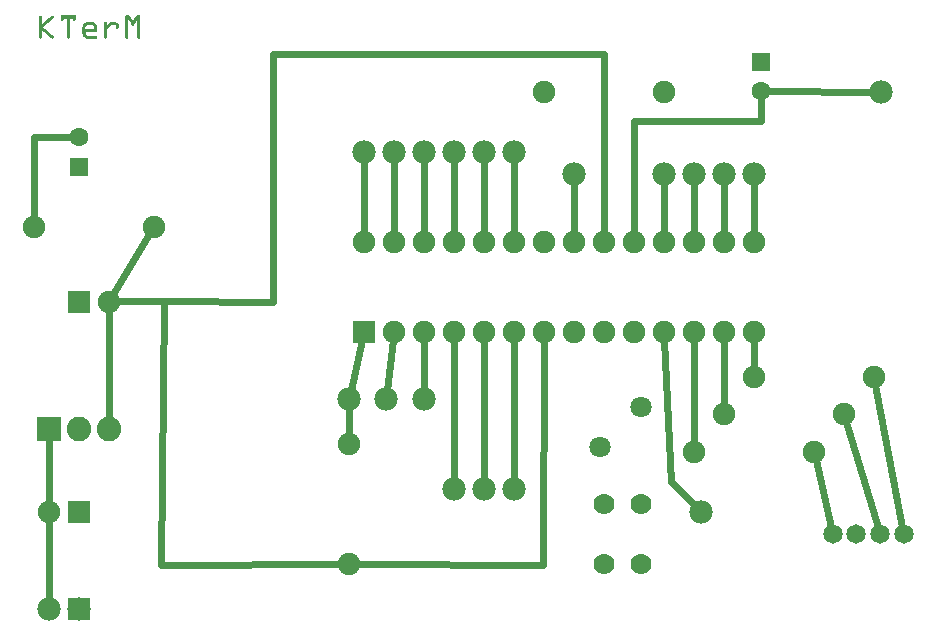
<source format=gtl>
G04 MADE WITH FRITZING*
G04 WWW.FRITZING.ORG*
G04 DOUBLE SIDED*
G04 HOLES PLATED*
G04 CONTOUR ON CENTER OF CONTOUR VECTOR*
%ASAXBY*%
%FSLAX23Y23*%
%MOIN*%
%OFA0B0*%
%SFA1.0B1.0*%
%ADD10C,0.075000*%
%ADD11C,0.078000*%
%ADD12C,0.062992*%
%ADD13C,0.082000*%
%ADD14C,0.070925*%
%ADD15C,0.070866*%
%ADD16C,0.070000*%
%ADD17C,0.065000*%
%ADD18R,0.075000X0.075000*%
%ADD19R,0.078000X0.078000*%
%ADD20R,0.062992X0.062992*%
%ADD21R,0.082000X0.082000*%
%ADD22C,0.024000*%
%ADD23R,0.001000X0.001000*%
%LNCOPPER1*%
G90*
G70*
G54D10*
X1197Y1072D03*
X1197Y1372D03*
X1297Y1072D03*
X1297Y1372D03*
X1397Y1072D03*
X1397Y1372D03*
X1497Y1072D03*
X1497Y1372D03*
X1597Y1072D03*
X1597Y1372D03*
X1697Y1072D03*
X1697Y1372D03*
X1797Y1072D03*
X1797Y1372D03*
X1897Y1072D03*
X1897Y1372D03*
X1997Y1072D03*
X1997Y1372D03*
X2097Y1072D03*
X2097Y1372D03*
X2197Y1072D03*
X2197Y1372D03*
X2297Y1072D03*
X2297Y1372D03*
X2397Y1072D03*
X2397Y1372D03*
X2497Y1072D03*
X2497Y1372D03*
G54D11*
X247Y147D03*
X147Y147D03*
G54D10*
X247Y472D03*
X147Y472D03*
X247Y1172D03*
X347Y1172D03*
X97Y1422D03*
X497Y1422D03*
G54D12*
X247Y1622D03*
X247Y1721D03*
G54D13*
X147Y747D03*
X247Y747D03*
X347Y747D03*
G54D11*
X1147Y847D03*
G54D10*
X1147Y697D03*
X1147Y297D03*
G54D11*
X1272Y847D03*
X1397Y847D03*
X1497Y547D03*
X1597Y547D03*
X1697Y547D03*
G54D14*
X2122Y822D03*
G54D15*
X1986Y686D03*
G54D16*
X1997Y297D03*
X1997Y497D03*
X2122Y297D03*
X2122Y497D03*
G54D17*
X2761Y397D03*
X2840Y397D03*
X2918Y397D03*
X2997Y397D03*
G54D10*
X2497Y922D03*
X2897Y922D03*
X2397Y797D03*
X2797Y797D03*
X2297Y672D03*
X2697Y672D03*
G54D11*
X2322Y472D03*
X1197Y1672D03*
X1297Y1672D03*
X1397Y1672D03*
X1497Y1672D03*
X1597Y1672D03*
X1697Y1672D03*
G54D10*
X1797Y1872D03*
X2197Y1872D03*
G54D12*
X2522Y1972D03*
X2522Y1874D03*
G54D11*
X1897Y1597D03*
X2197Y1597D03*
X2297Y1597D03*
X2397Y1597D03*
X2497Y1597D03*
X2922Y1872D03*
G54D18*
X1197Y1072D03*
G54D19*
X247Y147D03*
G54D18*
X247Y472D03*
X247Y1172D03*
G54D20*
X247Y1622D03*
G54D21*
X147Y747D03*
G54D20*
X2522Y1972D03*
G54D22*
X147Y444D02*
X147Y177D01*
D02*
X147Y715D02*
X147Y501D01*
D02*
X347Y1144D02*
X347Y779D01*
D02*
X483Y1398D02*
X362Y1197D01*
D02*
X220Y1721D02*
X99Y1721D01*
D02*
X99Y1721D02*
X97Y1451D01*
D02*
X1154Y877D02*
X1191Y1044D01*
D02*
X1147Y726D02*
X1147Y817D01*
D02*
X532Y1175D02*
X376Y1173D01*
D02*
X522Y295D02*
X532Y1175D01*
D02*
X1119Y297D02*
X522Y295D01*
D02*
X1276Y877D02*
X1294Y1044D01*
D02*
X1397Y877D02*
X1397Y1044D01*
D02*
X1796Y295D02*
X1797Y1044D01*
D02*
X1176Y297D02*
X1796Y295D01*
D02*
X1497Y771D02*
X1497Y1044D01*
D02*
X1497Y577D02*
X1497Y771D01*
D02*
X1597Y577D02*
X1597Y1044D01*
D02*
X1697Y577D02*
X1697Y1044D01*
D02*
X2497Y951D02*
X2497Y1044D01*
D02*
X2397Y826D02*
X2397Y1044D01*
D02*
X2297Y701D02*
X2297Y1044D01*
D02*
X2993Y420D02*
X2903Y894D01*
D02*
X2912Y420D02*
X2806Y770D01*
D02*
X2756Y420D02*
X2704Y644D01*
D02*
X2221Y572D02*
X2199Y1044D01*
D02*
X2301Y493D02*
X2221Y572D01*
D02*
X1197Y1642D02*
X1197Y1401D01*
D02*
X1297Y1642D02*
X1297Y1401D01*
D02*
X1397Y1642D02*
X1397Y1401D01*
D02*
X1497Y1642D02*
X1497Y1401D01*
D02*
X1597Y1642D02*
X1597Y1401D01*
D02*
X1697Y1642D02*
X1697Y1401D01*
D02*
X896Y1171D02*
X896Y1646D01*
D02*
X896Y1998D02*
X1997Y1998D01*
D02*
X896Y1646D02*
X896Y1998D01*
D02*
X1997Y1998D02*
X1997Y1401D01*
D02*
X532Y1175D02*
X896Y1171D01*
D02*
X2098Y1774D02*
X2097Y1401D01*
D02*
X2522Y1847D02*
X2523Y1774D01*
D02*
X2523Y1774D02*
X2098Y1774D01*
D02*
X1897Y1401D02*
X1897Y1567D01*
D02*
X2197Y1567D02*
X2197Y1401D01*
D02*
X2297Y1567D02*
X2297Y1401D01*
D02*
X2397Y1401D02*
X2397Y1567D01*
D02*
X2497Y1567D02*
X2497Y1401D01*
D02*
X2892Y1872D02*
X2549Y1874D01*
G54D23*
X121Y2126D02*
X121Y2126D01*
X161Y2126D02*
X161Y2126D01*
X189Y2126D02*
X237Y2126D01*
X405Y2126D02*
X416Y2126D01*
X442Y2126D02*
X453Y2126D01*
X118Y2125D02*
X123Y2125D01*
X158Y2125D02*
X163Y2125D01*
X188Y2125D02*
X237Y2125D01*
X404Y2125D02*
X417Y2125D01*
X441Y2125D02*
X453Y2125D01*
X117Y2124D02*
X124Y2124D01*
X157Y2124D02*
X164Y2124D01*
X188Y2124D02*
X237Y2124D01*
X404Y2124D02*
X417Y2124D01*
X440Y2124D02*
X453Y2124D01*
X117Y2123D02*
X125Y2123D01*
X156Y2123D02*
X165Y2123D01*
X188Y2123D02*
X237Y2123D01*
X404Y2123D02*
X418Y2123D01*
X439Y2123D02*
X453Y2123D01*
X117Y2122D02*
X125Y2122D01*
X154Y2122D02*
X165Y2122D01*
X188Y2122D02*
X237Y2122D01*
X404Y2122D02*
X419Y2122D01*
X439Y2122D02*
X453Y2122D01*
X116Y2121D02*
X125Y2121D01*
X153Y2121D02*
X165Y2121D01*
X188Y2121D02*
X237Y2121D01*
X404Y2121D02*
X420Y2121D01*
X438Y2121D02*
X453Y2121D01*
X116Y2120D02*
X125Y2120D01*
X152Y2120D02*
X165Y2120D01*
X188Y2120D02*
X237Y2120D01*
X404Y2120D02*
X420Y2120D01*
X437Y2120D02*
X453Y2120D01*
X116Y2119D02*
X125Y2119D01*
X151Y2119D02*
X165Y2119D01*
X188Y2119D02*
X237Y2119D01*
X404Y2119D02*
X421Y2119D01*
X437Y2119D02*
X453Y2119D01*
X116Y2118D02*
X125Y2118D01*
X150Y2118D02*
X164Y2118D01*
X188Y2118D02*
X237Y2118D01*
X404Y2118D02*
X422Y2118D01*
X436Y2118D02*
X453Y2118D01*
X116Y2117D02*
X125Y2117D01*
X149Y2117D02*
X163Y2117D01*
X188Y2117D02*
X237Y2117D01*
X404Y2117D02*
X422Y2117D01*
X435Y2117D02*
X453Y2117D01*
X116Y2116D02*
X125Y2116D01*
X147Y2116D02*
X162Y2116D01*
X188Y2116D02*
X237Y2116D01*
X404Y2116D02*
X423Y2116D01*
X434Y2116D02*
X453Y2116D01*
X116Y2115D02*
X125Y2115D01*
X146Y2115D02*
X161Y2115D01*
X188Y2115D02*
X197Y2115D01*
X208Y2115D02*
X217Y2115D01*
X228Y2115D02*
X237Y2115D01*
X404Y2115D02*
X424Y2115D01*
X434Y2115D02*
X453Y2115D01*
X116Y2114D02*
X125Y2114D01*
X145Y2114D02*
X160Y2114D01*
X188Y2114D02*
X197Y2114D01*
X208Y2114D02*
X217Y2114D01*
X228Y2114D02*
X237Y2114D01*
X404Y2114D02*
X424Y2114D01*
X433Y2114D02*
X453Y2114D01*
X116Y2113D02*
X125Y2113D01*
X144Y2113D02*
X158Y2113D01*
X188Y2113D02*
X197Y2113D01*
X208Y2113D02*
X217Y2113D01*
X228Y2113D02*
X237Y2113D01*
X404Y2113D02*
X425Y2113D01*
X432Y2113D02*
X453Y2113D01*
X116Y2112D02*
X125Y2112D01*
X143Y2112D02*
X157Y2112D01*
X188Y2112D02*
X197Y2112D01*
X208Y2112D02*
X217Y2112D01*
X228Y2112D02*
X237Y2112D01*
X404Y2112D02*
X426Y2112D01*
X432Y2112D02*
X453Y2112D01*
X116Y2111D02*
X125Y2111D01*
X142Y2111D02*
X156Y2111D01*
X189Y2111D02*
X197Y2111D01*
X208Y2111D02*
X217Y2111D01*
X228Y2111D02*
X237Y2111D01*
X404Y2111D02*
X413Y2111D01*
X415Y2111D02*
X427Y2111D01*
X431Y2111D02*
X442Y2111D01*
X444Y2111D02*
X453Y2111D01*
X116Y2110D02*
X125Y2110D01*
X140Y2110D02*
X155Y2110D01*
X189Y2110D02*
X197Y2110D01*
X208Y2110D02*
X217Y2110D01*
X229Y2110D02*
X236Y2110D01*
X404Y2110D02*
X413Y2110D01*
X416Y2110D02*
X427Y2110D01*
X430Y2110D02*
X442Y2110D01*
X444Y2110D02*
X453Y2110D01*
X116Y2109D02*
X125Y2109D01*
X139Y2109D02*
X154Y2109D01*
X190Y2109D02*
X196Y2109D01*
X208Y2109D02*
X217Y2109D01*
X230Y2109D02*
X236Y2109D01*
X404Y2109D02*
X413Y2109D01*
X417Y2109D02*
X441Y2109D01*
X444Y2109D02*
X453Y2109D01*
X116Y2108D02*
X125Y2108D01*
X138Y2108D02*
X153Y2108D01*
X191Y2108D02*
X194Y2108D01*
X208Y2108D02*
X217Y2108D01*
X231Y2108D02*
X234Y2108D01*
X404Y2108D02*
X413Y2108D01*
X417Y2108D02*
X440Y2108D01*
X444Y2108D02*
X453Y2108D01*
X116Y2107D02*
X125Y2107D01*
X137Y2107D02*
X151Y2107D01*
X208Y2107D02*
X217Y2107D01*
X404Y2107D02*
X413Y2107D01*
X418Y2107D02*
X439Y2107D01*
X444Y2107D02*
X453Y2107D01*
X116Y2106D02*
X125Y2106D01*
X136Y2106D02*
X150Y2106D01*
X208Y2106D02*
X217Y2106D01*
X404Y2106D02*
X413Y2106D01*
X419Y2106D02*
X439Y2106D01*
X444Y2106D02*
X453Y2106D01*
X116Y2105D02*
X125Y2105D01*
X135Y2105D02*
X149Y2105D01*
X208Y2105D02*
X217Y2105D01*
X404Y2105D02*
X413Y2105D01*
X419Y2105D02*
X438Y2105D01*
X444Y2105D02*
X453Y2105D01*
X116Y2104D02*
X125Y2104D01*
X133Y2104D02*
X148Y2104D01*
X208Y2104D02*
X217Y2104D01*
X274Y2104D02*
X296Y2104D01*
X335Y2104D02*
X339Y2104D01*
X354Y2104D02*
X371Y2104D01*
X404Y2104D02*
X413Y2104D01*
X420Y2104D02*
X437Y2104D01*
X444Y2104D02*
X453Y2104D01*
X116Y2103D02*
X125Y2103D01*
X132Y2103D02*
X147Y2103D01*
X208Y2103D02*
X217Y2103D01*
X272Y2103D02*
X298Y2103D01*
X334Y2103D02*
X340Y2103D01*
X353Y2103D02*
X373Y2103D01*
X404Y2103D02*
X413Y2103D01*
X421Y2103D02*
X437Y2103D01*
X444Y2103D02*
X453Y2103D01*
X116Y2102D02*
X125Y2102D01*
X131Y2102D02*
X146Y2102D01*
X208Y2102D02*
X217Y2102D01*
X270Y2102D02*
X299Y2102D01*
X333Y2102D02*
X341Y2102D01*
X352Y2102D02*
X375Y2102D01*
X404Y2102D02*
X413Y2102D01*
X421Y2102D02*
X436Y2102D01*
X444Y2102D02*
X453Y2102D01*
X116Y2101D02*
X125Y2101D01*
X130Y2101D02*
X144Y2101D01*
X208Y2101D02*
X217Y2101D01*
X269Y2101D02*
X301Y2101D01*
X333Y2101D02*
X341Y2101D01*
X351Y2101D02*
X376Y2101D01*
X404Y2101D02*
X413Y2101D01*
X422Y2101D02*
X435Y2101D01*
X444Y2101D02*
X453Y2101D01*
X116Y2100D02*
X125Y2100D01*
X129Y2100D02*
X143Y2100D01*
X208Y2100D02*
X217Y2100D01*
X268Y2100D02*
X302Y2100D01*
X332Y2100D02*
X341Y2100D01*
X350Y2100D02*
X377Y2100D01*
X404Y2100D02*
X413Y2100D01*
X423Y2100D02*
X435Y2100D01*
X444Y2100D02*
X453Y2100D01*
X116Y2099D02*
X125Y2099D01*
X128Y2099D02*
X142Y2099D01*
X208Y2099D02*
X217Y2099D01*
X267Y2099D02*
X303Y2099D01*
X332Y2099D02*
X341Y2099D01*
X348Y2099D02*
X378Y2099D01*
X404Y2099D02*
X413Y2099D01*
X424Y2099D02*
X434Y2099D01*
X444Y2099D02*
X453Y2099D01*
X116Y2098D02*
X141Y2098D01*
X208Y2098D02*
X217Y2098D01*
X265Y2098D02*
X304Y2098D01*
X332Y2098D02*
X341Y2098D01*
X347Y2098D02*
X379Y2098D01*
X404Y2098D02*
X413Y2098D01*
X424Y2098D02*
X433Y2098D01*
X444Y2098D02*
X453Y2098D01*
X116Y2097D02*
X140Y2097D01*
X208Y2097D02*
X217Y2097D01*
X264Y2097D02*
X305Y2097D01*
X332Y2097D02*
X341Y2097D01*
X346Y2097D02*
X379Y2097D01*
X404Y2097D02*
X413Y2097D01*
X424Y2097D02*
X433Y2097D01*
X444Y2097D02*
X453Y2097D01*
X116Y2096D02*
X139Y2096D01*
X208Y2096D02*
X217Y2096D01*
X264Y2096D02*
X306Y2096D01*
X332Y2096D02*
X341Y2096D01*
X345Y2096D02*
X380Y2096D01*
X404Y2096D02*
X413Y2096D01*
X424Y2096D02*
X433Y2096D01*
X444Y2096D02*
X453Y2096D01*
X116Y2095D02*
X137Y2095D01*
X208Y2095D02*
X217Y2095D01*
X263Y2095D02*
X307Y2095D01*
X332Y2095D02*
X341Y2095D01*
X344Y2095D02*
X380Y2095D01*
X404Y2095D02*
X413Y2095D01*
X424Y2095D02*
X433Y2095D01*
X444Y2095D02*
X453Y2095D01*
X116Y2094D02*
X136Y2094D01*
X208Y2094D02*
X217Y2094D01*
X262Y2094D02*
X275Y2094D01*
X294Y2094D02*
X307Y2094D01*
X332Y2094D02*
X357Y2094D01*
X370Y2094D02*
X381Y2094D01*
X404Y2094D02*
X413Y2094D01*
X424Y2094D02*
X433Y2094D01*
X444Y2094D02*
X453Y2094D01*
X116Y2093D02*
X135Y2093D01*
X208Y2093D02*
X217Y2093D01*
X262Y2093D02*
X274Y2093D01*
X296Y2093D02*
X308Y2093D01*
X332Y2093D02*
X356Y2093D01*
X371Y2093D02*
X381Y2093D01*
X404Y2093D02*
X413Y2093D01*
X425Y2093D02*
X432Y2093D01*
X444Y2093D02*
X453Y2093D01*
X116Y2092D02*
X134Y2092D01*
X208Y2092D02*
X217Y2092D01*
X261Y2092D02*
X273Y2092D01*
X297Y2092D02*
X308Y2092D01*
X332Y2092D02*
X355Y2092D01*
X371Y2092D02*
X381Y2092D01*
X404Y2092D02*
X413Y2092D01*
X426Y2092D02*
X432Y2092D01*
X444Y2092D02*
X453Y2092D01*
X116Y2091D02*
X133Y2091D01*
X208Y2091D02*
X217Y2091D01*
X261Y2091D02*
X272Y2091D01*
X298Y2091D02*
X309Y2091D01*
X332Y2091D02*
X354Y2091D01*
X372Y2091D02*
X381Y2091D01*
X404Y2091D02*
X413Y2091D01*
X427Y2091D02*
X430Y2091D01*
X444Y2091D02*
X453Y2091D01*
X116Y2090D02*
X132Y2090D01*
X208Y2090D02*
X217Y2090D01*
X261Y2090D02*
X271Y2090D01*
X299Y2090D02*
X309Y2090D01*
X332Y2090D02*
X353Y2090D01*
X372Y2090D02*
X381Y2090D01*
X404Y2090D02*
X413Y2090D01*
X444Y2090D02*
X453Y2090D01*
X116Y2089D02*
X130Y2089D01*
X208Y2089D02*
X217Y2089D01*
X261Y2089D02*
X270Y2089D01*
X299Y2089D02*
X309Y2089D01*
X332Y2089D02*
X351Y2089D01*
X372Y2089D02*
X381Y2089D01*
X404Y2089D02*
X413Y2089D01*
X444Y2089D02*
X453Y2089D01*
X116Y2088D02*
X129Y2088D01*
X208Y2088D02*
X217Y2088D01*
X261Y2088D02*
X270Y2088D01*
X300Y2088D02*
X309Y2088D01*
X332Y2088D02*
X350Y2088D01*
X372Y2088D02*
X381Y2088D01*
X404Y2088D02*
X413Y2088D01*
X444Y2088D02*
X453Y2088D01*
X116Y2087D02*
X128Y2087D01*
X208Y2087D02*
X217Y2087D01*
X260Y2087D02*
X269Y2087D01*
X300Y2087D02*
X309Y2087D01*
X332Y2087D02*
X349Y2087D01*
X372Y2087D02*
X381Y2087D01*
X404Y2087D02*
X413Y2087D01*
X444Y2087D02*
X453Y2087D01*
X116Y2086D02*
X129Y2086D01*
X208Y2086D02*
X217Y2086D01*
X260Y2086D02*
X269Y2086D01*
X300Y2086D02*
X309Y2086D01*
X332Y2086D02*
X348Y2086D01*
X372Y2086D02*
X381Y2086D01*
X404Y2086D02*
X413Y2086D01*
X444Y2086D02*
X453Y2086D01*
X116Y2085D02*
X131Y2085D01*
X208Y2085D02*
X217Y2085D01*
X260Y2085D02*
X269Y2085D01*
X300Y2085D02*
X309Y2085D01*
X332Y2085D02*
X347Y2085D01*
X373Y2085D02*
X381Y2085D01*
X404Y2085D02*
X413Y2085D01*
X444Y2085D02*
X453Y2085D01*
X116Y2084D02*
X132Y2084D01*
X208Y2084D02*
X217Y2084D01*
X260Y2084D02*
X269Y2084D01*
X300Y2084D02*
X309Y2084D01*
X332Y2084D02*
X346Y2084D01*
X373Y2084D02*
X380Y2084D01*
X404Y2084D02*
X413Y2084D01*
X444Y2084D02*
X453Y2084D01*
X116Y2083D02*
X133Y2083D01*
X208Y2083D02*
X217Y2083D01*
X260Y2083D02*
X269Y2083D01*
X300Y2083D02*
X309Y2083D01*
X332Y2083D02*
X344Y2083D01*
X374Y2083D02*
X379Y2083D01*
X404Y2083D02*
X413Y2083D01*
X444Y2083D02*
X453Y2083D01*
X116Y2082D02*
X134Y2082D01*
X208Y2082D02*
X217Y2082D01*
X260Y2082D02*
X269Y2082D01*
X300Y2082D02*
X309Y2082D01*
X332Y2082D02*
X343Y2082D01*
X404Y2082D02*
X413Y2082D01*
X444Y2082D02*
X453Y2082D01*
X116Y2081D02*
X135Y2081D01*
X208Y2081D02*
X217Y2081D01*
X260Y2081D02*
X269Y2081D01*
X300Y2081D02*
X309Y2081D01*
X332Y2081D02*
X342Y2081D01*
X404Y2081D02*
X413Y2081D01*
X444Y2081D02*
X453Y2081D01*
X116Y2080D02*
X136Y2080D01*
X208Y2080D02*
X217Y2080D01*
X260Y2080D02*
X269Y2080D01*
X300Y2080D02*
X309Y2080D01*
X332Y2080D02*
X341Y2080D01*
X404Y2080D02*
X413Y2080D01*
X444Y2080D02*
X453Y2080D01*
X116Y2079D02*
X138Y2079D01*
X208Y2079D02*
X217Y2079D01*
X260Y2079D02*
X309Y2079D01*
X332Y2079D02*
X341Y2079D01*
X404Y2079D02*
X413Y2079D01*
X444Y2079D02*
X453Y2079D01*
X116Y2078D02*
X139Y2078D01*
X208Y2078D02*
X217Y2078D01*
X260Y2078D02*
X309Y2078D01*
X332Y2078D02*
X341Y2078D01*
X404Y2078D02*
X413Y2078D01*
X444Y2078D02*
X453Y2078D01*
X116Y2077D02*
X140Y2077D01*
X208Y2077D02*
X217Y2077D01*
X260Y2077D02*
X309Y2077D01*
X332Y2077D02*
X341Y2077D01*
X404Y2077D02*
X413Y2077D01*
X444Y2077D02*
X453Y2077D01*
X116Y2076D02*
X141Y2076D01*
X208Y2076D02*
X217Y2076D01*
X260Y2076D02*
X309Y2076D01*
X332Y2076D02*
X341Y2076D01*
X404Y2076D02*
X413Y2076D01*
X444Y2076D02*
X453Y2076D01*
X116Y2075D02*
X125Y2075D01*
X128Y2075D02*
X142Y2075D01*
X208Y2075D02*
X217Y2075D01*
X260Y2075D02*
X309Y2075D01*
X332Y2075D02*
X341Y2075D01*
X404Y2075D02*
X413Y2075D01*
X444Y2075D02*
X453Y2075D01*
X116Y2074D02*
X125Y2074D01*
X129Y2074D02*
X143Y2074D01*
X208Y2074D02*
X217Y2074D01*
X260Y2074D02*
X309Y2074D01*
X332Y2074D02*
X341Y2074D01*
X404Y2074D02*
X413Y2074D01*
X444Y2074D02*
X453Y2074D01*
X116Y2073D02*
X125Y2073D01*
X130Y2073D02*
X145Y2073D01*
X208Y2073D02*
X217Y2073D01*
X260Y2073D02*
X309Y2073D01*
X332Y2073D02*
X341Y2073D01*
X404Y2073D02*
X413Y2073D01*
X444Y2073D02*
X453Y2073D01*
X116Y2072D02*
X125Y2072D01*
X131Y2072D02*
X146Y2072D01*
X208Y2072D02*
X217Y2072D01*
X260Y2072D02*
X308Y2072D01*
X332Y2072D02*
X341Y2072D01*
X404Y2072D02*
X413Y2072D01*
X444Y2072D02*
X453Y2072D01*
X116Y2071D02*
X125Y2071D01*
X132Y2071D02*
X147Y2071D01*
X208Y2071D02*
X217Y2071D01*
X260Y2071D02*
X308Y2071D01*
X332Y2071D02*
X341Y2071D01*
X404Y2071D02*
X413Y2071D01*
X444Y2071D02*
X453Y2071D01*
X116Y2070D02*
X125Y2070D01*
X134Y2070D02*
X148Y2070D01*
X208Y2070D02*
X217Y2070D01*
X260Y2070D02*
X307Y2070D01*
X332Y2070D02*
X341Y2070D01*
X404Y2070D02*
X413Y2070D01*
X444Y2070D02*
X453Y2070D01*
X116Y2069D02*
X125Y2069D01*
X135Y2069D02*
X149Y2069D01*
X208Y2069D02*
X217Y2069D01*
X260Y2069D02*
X270Y2069D01*
X332Y2069D02*
X341Y2069D01*
X404Y2069D02*
X413Y2069D01*
X444Y2069D02*
X453Y2069D01*
X116Y2068D02*
X125Y2068D01*
X136Y2068D02*
X151Y2068D01*
X208Y2068D02*
X217Y2068D01*
X260Y2068D02*
X269Y2068D01*
X332Y2068D02*
X341Y2068D01*
X404Y2068D02*
X413Y2068D01*
X444Y2068D02*
X453Y2068D01*
X116Y2067D02*
X125Y2067D01*
X137Y2067D02*
X152Y2067D01*
X208Y2067D02*
X217Y2067D01*
X260Y2067D02*
X269Y2067D01*
X332Y2067D02*
X341Y2067D01*
X404Y2067D02*
X413Y2067D01*
X444Y2067D02*
X453Y2067D01*
X116Y2066D02*
X125Y2066D01*
X138Y2066D02*
X153Y2066D01*
X208Y2066D02*
X217Y2066D01*
X260Y2066D02*
X270Y2066D01*
X332Y2066D02*
X341Y2066D01*
X404Y2066D02*
X413Y2066D01*
X444Y2066D02*
X453Y2066D01*
X116Y2065D02*
X125Y2065D01*
X139Y2065D02*
X154Y2065D01*
X208Y2065D02*
X217Y2065D01*
X260Y2065D02*
X270Y2065D01*
X332Y2065D02*
X341Y2065D01*
X404Y2065D02*
X413Y2065D01*
X444Y2065D02*
X453Y2065D01*
X116Y2064D02*
X125Y2064D01*
X141Y2064D02*
X155Y2064D01*
X208Y2064D02*
X217Y2064D01*
X261Y2064D02*
X270Y2064D01*
X332Y2064D02*
X341Y2064D01*
X404Y2064D02*
X413Y2064D01*
X444Y2064D02*
X453Y2064D01*
X116Y2063D02*
X125Y2063D01*
X142Y2063D02*
X156Y2063D01*
X208Y2063D02*
X217Y2063D01*
X261Y2063D02*
X271Y2063D01*
X332Y2063D02*
X341Y2063D01*
X404Y2063D02*
X413Y2063D01*
X444Y2063D02*
X453Y2063D01*
X116Y2062D02*
X125Y2062D01*
X143Y2062D02*
X158Y2062D01*
X208Y2062D02*
X217Y2062D01*
X261Y2062D02*
X272Y2062D01*
X332Y2062D02*
X341Y2062D01*
X404Y2062D02*
X413Y2062D01*
X444Y2062D02*
X453Y2062D01*
X116Y2061D02*
X125Y2061D01*
X144Y2061D02*
X159Y2061D01*
X208Y2061D02*
X217Y2061D01*
X261Y2061D02*
X273Y2061D01*
X332Y2061D02*
X341Y2061D01*
X404Y2061D02*
X413Y2061D01*
X444Y2061D02*
X453Y2061D01*
X116Y2060D02*
X125Y2060D01*
X145Y2060D02*
X160Y2060D01*
X208Y2060D02*
X217Y2060D01*
X262Y2060D02*
X274Y2060D01*
X332Y2060D02*
X341Y2060D01*
X404Y2060D02*
X413Y2060D01*
X444Y2060D02*
X453Y2060D01*
X116Y2059D02*
X125Y2059D01*
X146Y2059D02*
X161Y2059D01*
X208Y2059D02*
X217Y2059D01*
X262Y2059D02*
X275Y2059D01*
X332Y2059D02*
X341Y2059D01*
X404Y2059D02*
X413Y2059D01*
X444Y2059D02*
X453Y2059D01*
X116Y2058D02*
X125Y2058D01*
X148Y2058D02*
X162Y2058D01*
X208Y2058D02*
X217Y2058D01*
X263Y2058D02*
X305Y2058D01*
X332Y2058D02*
X341Y2058D01*
X404Y2058D02*
X413Y2058D01*
X444Y2058D02*
X453Y2058D01*
X116Y2057D02*
X125Y2057D01*
X149Y2057D02*
X163Y2057D01*
X208Y2057D02*
X217Y2057D01*
X263Y2057D02*
X307Y2057D01*
X332Y2057D02*
X341Y2057D01*
X404Y2057D02*
X413Y2057D01*
X444Y2057D02*
X453Y2057D01*
X116Y2056D02*
X125Y2056D01*
X150Y2056D02*
X164Y2056D01*
X208Y2056D02*
X217Y2056D01*
X264Y2056D02*
X308Y2056D01*
X332Y2056D02*
X341Y2056D01*
X404Y2056D02*
X413Y2056D01*
X444Y2056D02*
X453Y2056D01*
X116Y2055D02*
X125Y2055D01*
X151Y2055D02*
X165Y2055D01*
X208Y2055D02*
X217Y2055D01*
X265Y2055D02*
X309Y2055D01*
X332Y2055D02*
X341Y2055D01*
X404Y2055D02*
X413Y2055D01*
X444Y2055D02*
X453Y2055D01*
X116Y2054D02*
X125Y2054D01*
X152Y2054D02*
X165Y2054D01*
X208Y2054D02*
X217Y2054D01*
X266Y2054D02*
X309Y2054D01*
X332Y2054D02*
X341Y2054D01*
X404Y2054D02*
X413Y2054D01*
X444Y2054D02*
X453Y2054D01*
X116Y2053D02*
X125Y2053D01*
X153Y2053D02*
X165Y2053D01*
X208Y2053D02*
X217Y2053D01*
X268Y2053D02*
X309Y2053D01*
X332Y2053D02*
X341Y2053D01*
X404Y2053D02*
X413Y2053D01*
X444Y2053D02*
X453Y2053D01*
X117Y2052D02*
X125Y2052D01*
X155Y2052D02*
X165Y2052D01*
X208Y2052D02*
X217Y2052D01*
X269Y2052D02*
X309Y2052D01*
X333Y2052D02*
X341Y2052D01*
X405Y2052D02*
X413Y2052D01*
X444Y2052D02*
X453Y2052D01*
X117Y2051D02*
X125Y2051D01*
X156Y2051D02*
X165Y2051D01*
X209Y2051D02*
X217Y2051D01*
X270Y2051D02*
X309Y2051D01*
X333Y2051D02*
X341Y2051D01*
X405Y2051D02*
X413Y2051D01*
X445Y2051D02*
X453Y2051D01*
X118Y2050D02*
X124Y2050D01*
X157Y2050D02*
X164Y2050D01*
X209Y2050D02*
X216Y2050D01*
X272Y2050D02*
X308Y2050D01*
X334Y2050D02*
X340Y2050D01*
X406Y2050D02*
X412Y2050D01*
X445Y2050D02*
X452Y2050D01*
X119Y2049D02*
X123Y2049D01*
X158Y2049D02*
X163Y2049D01*
X211Y2049D02*
X215Y2049D01*
X274Y2049D02*
X307Y2049D01*
X335Y2049D02*
X339Y2049D01*
X407Y2049D02*
X411Y2049D01*
X446Y2049D02*
X451Y2049D01*
D02*
G04 End of Copper1*
M02*
</source>
